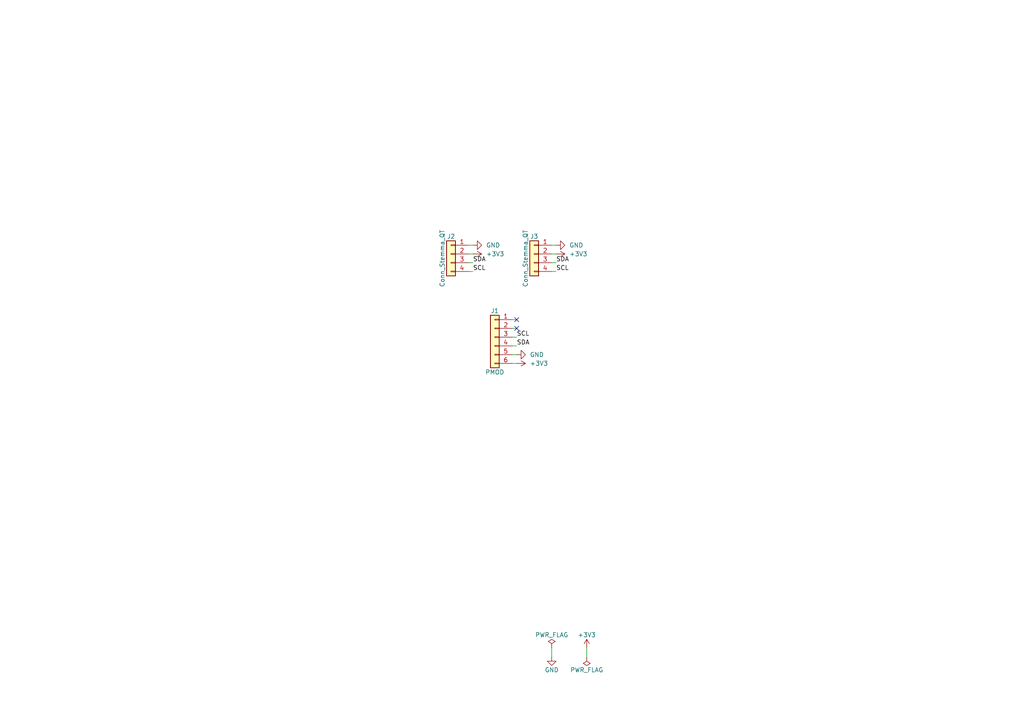
<source format=kicad_sch>
(kicad_sch (version 20200827) (generator eeschema)
  (page 1 1)
  (paper "A4")
  (lib_symbols
    (symbol "Connector_Generic:Conn_01x04" (pin_names (offset 1.016) hide)
      (property "Reference" "J" (at 0 5.08 0))
      (property "Value" "Conn_01x04" (at 0 -7.62 0))
      (symbol "Conn_01x04_1_1"
        (rectangle (start -1.27 -4.953) (end 0 -5.207) (stroke (width 0.1524)))
        (rectangle (start -1.27 -2.413) (end 0 -2.667) (stroke (width 0.1524)))
        (rectangle (start -1.27 2.667) (end 0 2.413) (stroke (width 0.1524)))
        (rectangle (start -1.27 3.81) (end 1.27 -6.35) (stroke (width 0.254)) (fill (type background)))
        (rectangle (start -1.27 0.127) (end 0 -0.127) (stroke (width 0.1524)))
        (pin passive line (at -5.08 2.54 0) (length 3.81) (name "Pin_1") (number "1"))
        (pin passive line (at -5.08 0 0) (length 3.81) (name "Pin_2") (number "2"))
        (pin passive line (at -5.08 -2.54 0) (length 3.81) (name "Pin_3") (number "3"))
        (pin passive line (at -5.08 -5.08 0) (length 3.81) (name "Pin_4") (number "4"))
      )
    )
    (symbol "Connector_Generic:Conn_01x06" (pin_names (offset 1.016) hide)
      (property "Reference" "J" (at 0 7.62 0))
      (property "Value" "Conn_01x06" (at 0 -10.16 0))
      (symbol "Conn_01x06_1_1"
        (rectangle (start -1.27 -4.953) (end 0 -5.207) (stroke (width 0.1524)))
        (rectangle (start -1.27 -7.493) (end 0 -7.747) (stroke (width 0.1524)))
        (rectangle (start -1.27 -2.413) (end 0 -2.667) (stroke (width 0.1524)))
        (rectangle (start -1.27 2.667) (end 0 2.413) (stroke (width 0.1524)))
        (rectangle (start -1.27 5.207) (end 0 4.953) (stroke (width 0.1524)))
        (rectangle (start -1.27 6.35) (end 1.27 -8.89) (stroke (width 0.254)) (fill (type background)))
        (rectangle (start -1.27 0.127) (end 0 -0.127) (stroke (width 0.1524)))
        (pin passive line (at -5.08 5.08 0) (length 3.81) (name "Pin_1") (number "1"))
        (pin passive line (at -5.08 2.54 0) (length 3.81) (name "Pin_2") (number "2"))
        (pin passive line (at -5.08 0 0) (length 3.81) (name "Pin_3") (number "3"))
        (pin passive line (at -5.08 -2.54 0) (length 3.81) (name "Pin_4") (number "4"))
        (pin passive line (at -5.08 -5.08 0) (length 3.81) (name "Pin_5") (number "5"))
        (pin passive line (at -5.08 -7.62 0) (length 3.81) (name "Pin_6") (number "6"))
      )
    )
    (symbol "power:+3.3V" (power) (pin_names (offset 0))
      (property "Value" "+3.3V" (at 0 3.556 0))
      (symbol "+3.3V_0_1"
        (polyline (pts (xy -0.762 1.27) (xy 0 2.54)))
        (polyline (pts (xy 0 0) (xy 0 2.54)))
        (polyline (pts (xy 0 2.54) (xy 0.762 1.27)))
      )
      (symbol "+3.3V_1_1"
        (pin power_in line (at 0 0 90) (length 0) hide (name "+3V3") (number "1"))
      )
    )
    (symbol "power:GND" (power) (pin_names (offset 0))
      (property "Value" "GND" (at 0 -3.81 0))
      (symbol "GND_0_1"
        (polyline (pts (xy 0 0) (xy 0 -1.27) (xy 1.27 -1.27) (xy 0 -2.54) (xy -1.27 -1.27) (xy 0 -1.27)))
      )
      (symbol "GND_1_1"
        (pin power_in line (at 0 0 270) (length 0) hide (name "GND") (number "1"))
      )
    )
    (symbol "power:PWR_FLAG" (power) (pin_numbers hide) (pin_names (offset 0) hide)
      (property "Value" "PWR_FLAG" (at 0 3.81 0))
      (symbol "PWR_FLAG_0_1"
        (polyline (pts (xy 0 0) (xy 0 1.27) (xy -1.016 1.905) (xy 0 2.54) (xy 1.016 1.905) (xy 0 1.27)))
      )
      (symbol "PWR_FLAG_0_0"
        (pin power_out line (at 0 0 90) (length 0) (name "pwr") (number "1"))
      )
    )
  )
  (no_connect (at 149.86 92.71))
  (no_connect (at 149.86 95.25))
  (wire (pts (xy 135.89 71.12) (xy 137.16 71.12)))
  (wire (pts (xy 135.89 73.66) (xy 137.16 73.66)))
  (wire (pts (xy 135.89 76.2) (xy 137.16 76.2)))
  (wire (pts (xy 135.89 78.74) (xy 137.16 78.74)))
  (wire (pts (xy 148.59 92.71) (xy 149.86 92.71)))
  (wire (pts (xy 148.59 95.25) (xy 149.86 95.25)))
  (wire (pts (xy 148.59 97.79) (xy 149.86 97.79)))
  (wire (pts (xy 148.59 100.33) (xy 149.86 100.33)))
  (wire (pts (xy 148.59 102.87) (xy 149.86 102.87)))
  (wire (pts (xy 148.59 105.41) (xy 149.86 105.41)))
  (wire (pts (xy 160.02 71.12) (xy 161.29 71.12)))
  (wire (pts (xy 160.02 73.66) (xy 161.29 73.66)))
  (wire (pts (xy 160.02 76.2) (xy 161.29 76.2)))
  (wire (pts (xy 160.02 78.74) (xy 161.29 78.74)))
  (wire (pts (xy 160.02 187.96) (xy 160.02 190.5)))
  (wire (pts (xy 170.18 187.96) (xy 170.18 190.5)))
  (label "SDA" (at 137.16 76.2 0))
  (label "SCL" (at 137.16 78.74 0))
  (label "SCL" (at 149.86 97.79 0))
  (label "SDA" (at 149.86 100.33 0))
  (label "SDA" (at 161.29 76.2 0))
  (label "SCL" (at 161.29 78.74 0))
  (symbol (lib_id "power:PWR_FLAG") (at 160.02 187.96 0) (unit 1)
    (property "Reference" "#FLG0101" (effects hide))
    (property "Value" "PWR_FLAG" (at 160.02 184.15 0))
  )
  (symbol (lib_id "power:PWR_FLAG") (at 170.18 190.5 180) (unit 1)
    (property "Reference" "#FLG0102" (effects hide))
    (property "Value" "PWR_FLAG" (at 170.18 194.31 0))
  )
  (symbol (lib_id "power:+3.3V") (at 137.16 73.66 270) (unit 1)
    (property "Reference" "#PWR0103" (effects hide))
    (property "Value" "+3.3V" (at 140.97 73.66 90) (effects (justify left)))
  )
  (symbol (lib_id "power:+3.3V") (at 149.86 105.41 270) (unit 1)
    (property "Reference" "#PWR0102" (effects hide))
    (property "Value" "+3.3V" (at 153.67 105.41 90) (effects (justify left)))
  )
  (symbol (lib_id "power:+3.3V") (at 161.29 73.66 270) (unit 1)
    (property "Reference" "#PWR0104" (effects hide))
    (property "Value" "+3.3V" (at 165.1 73.66 90) (effects (justify left)))
  )
  (symbol (lib_id "power:+3.3V") (at 170.18 187.96 0) (unit 1)
    (property "Reference" "#PWR0107" (effects hide))
    (property "Value" "+3.3V" (at 170.18 184.15 0))
  )
  (symbol (lib_id "power:GND") (at 137.16 71.12 90) (unit 1)
    (property "Reference" "#PWR0106" (effects hide))
    (property "Value" "GND" (at 140.97 71.12 90) (effects (justify right)))
  )
  (symbol (lib_id "power:GND") (at 149.86 102.87 90) (unit 1)
    (property "Reference" "#PWR0101" (effects hide))
    (property "Value" "GND" (at 153.67 102.87 90) (effects (justify right)))
  )
  (symbol (lib_id "power:GND") (at 160.02 190.5 0) (unit 1)
    (property "Reference" "#PWR0108" (effects hide))
    (property "Value" "GND" (at 160.02 194.31 0))
  )
  (symbol (lib_id "power:GND") (at 161.29 71.12 90) (unit 1)
    (property "Reference" "#PWR0105" (effects hide))
    (property "Value" "GND" (at 165.1 71.12 90) (effects (justify right)))
  )
  (symbol (lib_id "Connector_Generic:Conn_01x04") (at 130.81 73.66 0) (mirror y) (unit 1)
    (property "Reference" "J2" (at 130.81 68.58 0))
    (property "Value" "Conn_Stemma_QT" (at 128.27 74.93 90))
    (property "Footprint" "Connector_JST:JST_SH_SM04B-SRSS-TB_1x04-1MP_P1.00mm_Horizontal" (effects hide))
  )
  (symbol (lib_id "Connector_Generic:Conn_01x04") (at 154.94 73.66 0) (mirror y) (unit 1)
    (property "Reference" "J3" (at 154.94 68.58 0))
    (property "Value" "Conn_Stemma_QT" (at 152.4 74.93 90))
    (property "Footprint" "Connector_JST:JST_SH_SM04B-SRSS-TB_1x04-1MP_P1.00mm_Horizontal" (effects hide))
  )
  (symbol (lib_id "Connector_Generic:Conn_01x06") (at 143.51 97.79 0) (mirror y) (unit 1)
    (property "Reference" "J1" (at 143.51 90.17 0))
    (property "Value" "PMOD" (at 143.51 107.95 0))
    (property "Footprint" "Connector_PinHeader_2.54mm:PinHeader_1x06_P2.54mm_Vertical" (effects hide))
  )
)
</source>
